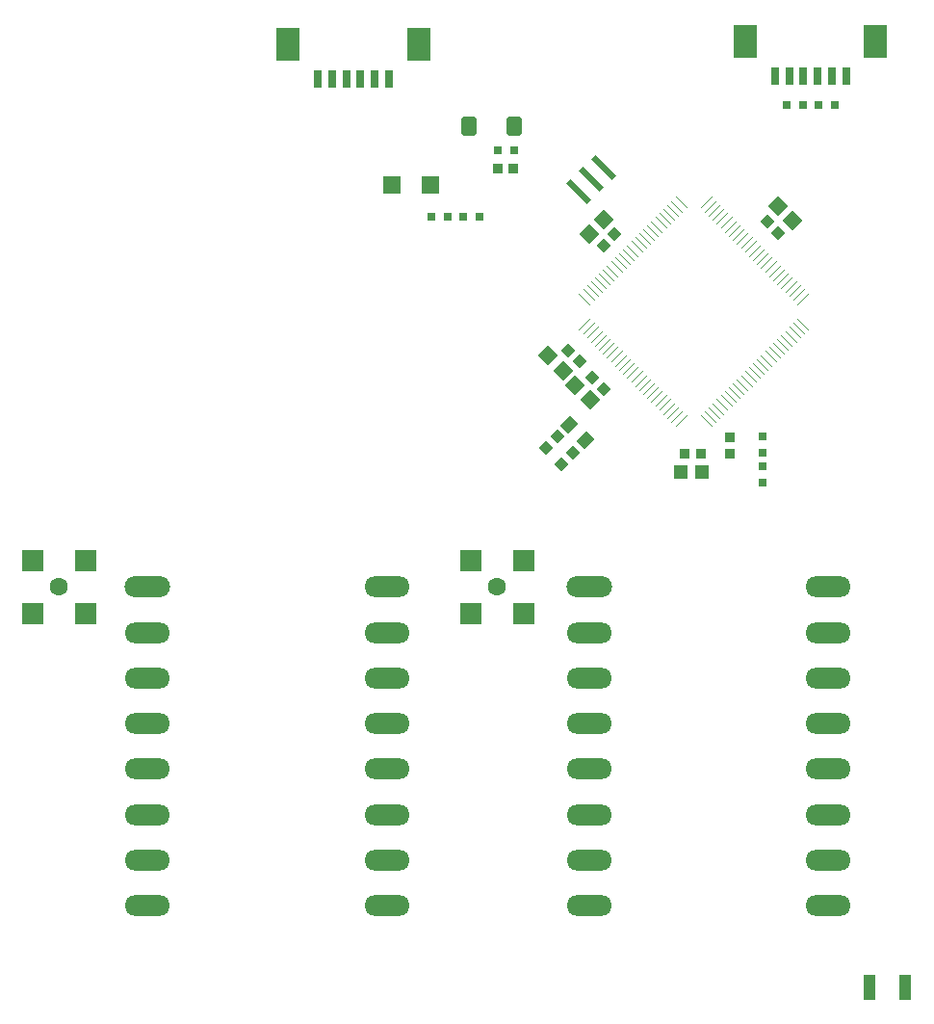
<source format=gtp>
%FSTAX23Y23*%
%MOIN*%
%SFA1B1*%

%IPPOS*%
%AMD10*
4,1,4,0.031900,0.004200,0.004200,0.031900,-0.031900,-0.004200,-0.004200,-0.031900,0.031900,0.004200,0.0*
%
%AMD13*
4,1,4,-0.025000,0.000000,0.000000,-0.025000,0.025000,0.000000,0.000000,0.025000,-0.025000,0.000000,0.0*
%
%AMD15*
4,1,4,0.000000,0.025000,-0.025000,0.000000,0.000000,-0.025000,0.025000,0.000000,0.000000,0.025000,0.0*
%
%AMD16*
4,1,4,0.000000,0.033400,-0.033400,0.000000,0.000000,-0.033400,0.033400,0.000000,0.000000,0.033400,0.0*
%
%AMD18*
4,1,4,0.033400,0.000000,0.000000,0.033400,-0.033400,0.000000,0.000000,-0.033400,0.033400,0.000000,0.0*
%
%AMD24*
4,1,4,0.029200,-0.043100,0.043100,-0.029200,-0.029200,0.043100,-0.043100,0.029200,0.029200,-0.043100,0.0*
%
%AMD26*
4,1,8,0.013800,0.033500,-0.013800,0.033500,-0.027600,0.019700,-0.027600,-0.019700,-0.013800,-0.033500,0.013800,-0.033500,0.027600,-0.019700,0.027600,0.019700,0.013800,0.033500,0.0*
1,1,0.027560,0.013800,0.019700*
1,1,0.027560,-0.013800,0.019700*
1,1,0.027560,-0.013800,-0.019700*
1,1,0.027560,0.013800,-0.019700*
%
%AMD60*
4,1,4,-0.021500,-0.018800,-0.018800,-0.021500,0.021500,0.018800,0.018800,0.021500,-0.021500,-0.018800,0.0*
1,1,0.003810,-0.020200,-0.020200*
1,1,0.003810,0.020200,0.020200*
%
%AMD61*
4,1,4,-0.018800,0.021500,-0.021500,0.018800,0.018800,-0.021500,0.021500,-0.018800,-0.018800,0.021500,0.0*
1,1,0.003810,-0.020200,0.020200*
1,1,0.003810,0.020200,-0.020200*
%
G04~CAMADD=10~9~0.0~0.0~393.7~511.8~0.0~0.0~0~0.0~0.0~0.0~0.0~0~0.0~0.0~0.0~0.0~0~0.0~0.0~0.0~315.0~638.0~637.0*
%ADD10D10*%
%ADD11R,0.031500X0.031500*%
%ADD12R,0.060000X0.060000*%
G04~CAMADD=13~10~0.0~354.3~0.0~0.0~0.0~0.0~0~0.0~0.0~0.0~0.0~0~0.0~0.0~0.0~0.0~0~0.0~0.0~0.0~135.0~354.3~0.0*
%ADD13D13*%
%ADD14R,0.035430X0.035430*%
G04~CAMADD=15~10~0.0~354.3~0.0~0.0~0.0~0.0~0~0.0~0.0~0.0~0.0~0~0.0~0.0~0.0~0.0~0~0.0~0.0~0.0~405.0~354.3~0.0*
%ADD15D15*%
G04~CAMADD=16~10~0.0~472.4~0.0~0.0~0.0~0.0~0~0.0~0.0~0.0~0.0~0~0.0~0.0~0.0~0.0~0~0.0~0.0~0.0~405.0~472.4~0.0*
%ADD16D16*%
%ADD17R,0.047240X0.047240*%
G04~CAMADD=18~10~0.0~472.4~0.0~0.0~0.0~0.0~0~0.0~0.0~0.0~0.0~0~0.0~0.0~0.0~0.0~0~0.0~0.0~0.0~315.0~472.4~0.0*
%ADD18D18*%
%ADD19R,0.035430X0.035430*%
%ADD20R,0.031500X0.062990*%
%ADD21R,0.078740X0.118110*%
G04~CAMADD=24~9~0.0~0.0~196.8~1023.6~0.0~0.0~0~0.0~0.0~0.0~0.0~0~0.0~0.0~0.0~0.0~0~0.0~0.0~0.0~225.0~862.0~861.0*
%ADD24D24*%
%ADD25R,0.030000X0.030000*%
G04~CAMADD=26~8~0.0~0.0~551.2~669.3~137.8~0.0~15~0.0~0.0~0.0~0.0~0~0.0~0.0~0.0~0.0~0~0.0~0.0~0.0~0.0~551.2~669.3*
%ADD26D26*%
%ADD27R,0.030000X0.030000*%
%ADD28R,0.031500X0.031500*%
%ADD29C,0.062990*%
%ADD30R,0.074800X0.074800*%
%ADD31O,0.157480X0.070870*%
%ADD32O,0.157480X0.073230*%
%ADD33R,0.043310X0.086610*%
G04~CAMADD=60~3~0.0~0.0~38.1~609.0~0.0~0.0~0~0.0~0.0~0.0~0.0~0~0.0~0.0~0.0~0.0~0~0.0~0.0~0.0~135.0~440.0~440.0*
%ADD60D60*%
G04~CAMADD=61~3~0.0~0.0~38.1~609.0~0.0~0.0~0~0.0~0.0~0.0~0.0~0~0.0~0.0~0.0~0.0~0~0.0~0.0~0.0~45.0~440.0~440.0*
%ADD61D61*%
%LNpcb_ttc_rf4463f30-1*%
%LPD*%
G54D10*
X02037Y0202D03*
X01981Y02076D03*
G54D11*
X02788Y0318D03*
X02733D03*
X02844D03*
X02899D03*
X01558Y02796D03*
X01503D03*
X01668Y02795D03*
X01734Y03024D03*
X01789D03*
G54D12*
X01366Y02903D03*
X01501D03*
G54D13*
X01993Y01978D03*
X01954Y01939D03*
X01938Y02034D03*
X01899Y01995D03*
X02098Y02695D03*
X02137Y02734D03*
G54D14*
X01732Y02961D03*
X01787D03*
X02435Y01975D03*
X0238D03*
G54D15*
X02099Y02199D03*
X0206Y02237D03*
X02015Y02293D03*
X01976Y02332D03*
X02704Y02738D03*
X02665Y02777D03*
G54D16*
X02052Y0216D03*
X02Y02212D03*
X02754Y0278D03*
X02702Y02832D03*
X01958Y02262D03*
X01907Y02314D03*
G54D17*
X0244Y01911D03*
X02367D03*
G54D18*
X02048Y02733D03*
X021Y02785D03*
G54D19*
X02537Y01975D03*
Y0203D03*
G54D20*
X01159Y0327D03*
X01257D03*
X01355D03*
X01109D03*
X01208D03*
X01306D03*
X02742Y0328D03*
X0284D03*
X02938D03*
X02692D03*
X02791D03*
X02889D03*
G54D21*
X01458Y03392D03*
X01007D03*
X03041Y03402D03*
X0259D03*
G54D24*
X02098Y02964D03*
X02056Y02923D03*
X02014Y02881D03*
G54D25*
X01613Y02795D03*
G54D26*
X01788Y03107D03*
X01634D03*
G54D27*
X02648Y01931D03*
G54D28*
X02648Y01876D03*
Y01979D03*
Y02034D03*
G54D29*
X00214Y01513D03*
X01731D03*
G54D30*
X00305Y01422D03*
X00124D03*
X00305Y01603D03*
X00124D03*
X01641D03*
X01822D03*
X01641Y01422D03*
X01822D03*
G54D31*
X02877Y00411D03*
Y00568D03*
Y00725D03*
Y00883D03*
Y0104D03*
Y01198D03*
Y01355D03*
Y01513D03*
X02051Y00411D03*
Y00568D03*
Y00725D03*
Y00883D03*
Y0104D03*
Y01198D03*
Y01355D03*
X01348Y00411D03*
Y00568D03*
Y00725D03*
Y00883D03*
Y0104D03*
Y01198D03*
Y01355D03*
Y01513D03*
X00521Y00411D03*
Y00568D03*
Y00725D03*
Y00883D03*
Y0104D03*
Y01198D03*
Y01355D03*
G54D32*
X02051Y01513D03*
X00521D03*
G54D33*
X03144Y00129D03*
X03018D03*
G54D60*
X02034Y02421D03*
X02048Y02407D03*
X02062Y02393D03*
X02076Y02379D03*
X02089Y02365D03*
X02103Y02351D03*
X02117Y02337D03*
X02131Y02324D03*
X02145Y0231D03*
X02159Y02296D03*
X02173Y02282D03*
X02187Y02268D03*
X02201Y02254D03*
X02215Y0224D03*
X02229Y02226D03*
X02243Y02212D03*
X02257Y02198D03*
X0227Y02184D03*
X02284Y0217D03*
X02298Y02157D03*
X02312Y02143D03*
X02326Y02129D03*
X0234Y02115D03*
X02354Y02101D03*
X02368Y02087D03*
X0279Y02509D03*
X02776Y02523D03*
X02762Y02537D03*
X02748Y0255D03*
X02734Y02564D03*
X0272Y02578D03*
X02706Y02592D03*
X02692Y02606D03*
X02678Y0262D03*
X02664Y02634D03*
X0265Y02648D03*
X02637Y02662D03*
X02623Y02676D03*
X02609Y0269D03*
X02595Y02704D03*
X02581Y02717D03*
X02567Y02731D03*
X02553Y02745D03*
X02539Y02759D03*
X02525Y02773D03*
X02511Y02787D03*
X02497Y02801D03*
X02483Y02815D03*
X02469Y02829D03*
X02456Y02843D03*
G54D61*
X02456Y02087D03*
X02469Y02101D03*
X02483Y02115D03*
X02497Y02129D03*
X02511Y02143D03*
X02525Y02157D03*
X02539Y0217D03*
X02553Y02184D03*
X02567Y02198D03*
X02581Y02212D03*
X02595Y02226D03*
X02609Y0224D03*
X02623Y02254D03*
X02637Y02268D03*
X0265Y02282D03*
X02664Y02296D03*
X02678Y0231D03*
X02692Y02324D03*
X02706Y02337D03*
X0272Y02351D03*
X02734Y02365D03*
X02748Y02379D03*
X02762Y02393D03*
X02776Y02407D03*
X0279Y02421D03*
X02368Y02843D03*
X02354Y02829D03*
X0234Y02815D03*
X02326Y02801D03*
X02312Y02787D03*
X02298Y02773D03*
X02284Y02759D03*
X0227Y02745D03*
X02257Y02731D03*
X02243Y02717D03*
X02229Y02704D03*
X02215Y0269D03*
X02201Y02676D03*
X02187Y02662D03*
X02173Y02648D03*
X02159Y02634D03*
X02145Y0262D03*
X02131Y02606D03*
X02117Y02592D03*
X02103Y02578D03*
X02089Y02564D03*
X02076Y0255D03*
X02062Y02537D03*
X02048Y02523D03*
X02034Y02509D03*
M02*
</source>
